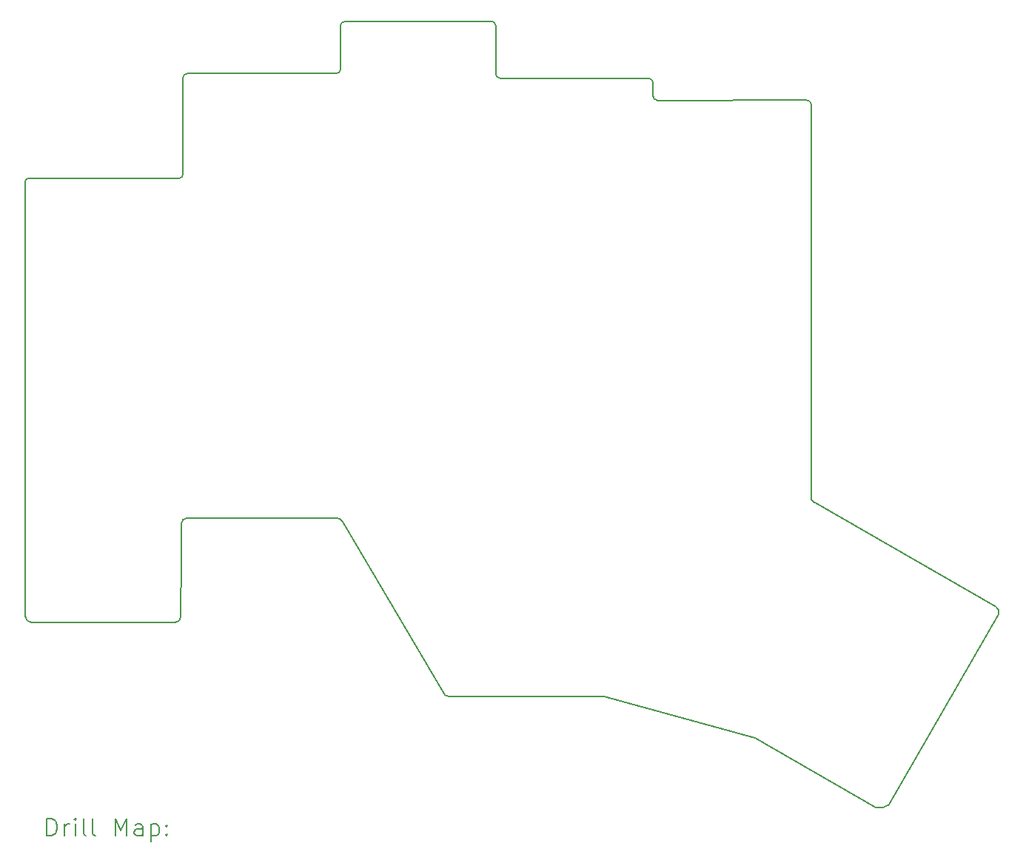
<source format=gbr>
%TF.GenerationSoftware,KiCad,Pcbnew,(6.0.10)*%
%TF.CreationDate,2023-01-07T13:36:21+01:00*%
%TF.ProjectId,chocofi-bottomplate,63686f63-6f66-4692-9d62-6f74746f6d70,2.1*%
%TF.SameCoordinates,Original*%
%TF.FileFunction,Drillmap*%
%TF.FilePolarity,Positive*%
%FSLAX45Y45*%
G04 Gerber Fmt 4.5, Leading zero omitted, Abs format (unit mm)*
G04 Created by KiCad (PCBNEW (6.0.10)) date 2023-01-07 13:36:21*
%MOMM*%
%LPD*%
G01*
G04 APERTURE LIST*
%ADD10C,0.150000*%
%ADD11C,0.200000*%
G04 APERTURE END LIST*
D10*
X9454085Y-6201445D02*
X7741920Y-6197600D01*
X17576800Y-13365480D02*
X18830400Y-11188400D01*
X16047720Y-12598400D02*
X17428867Y-13395960D01*
X12537440Y-12124081D02*
X14315440Y-12125960D01*
X16685998Y-5345000D02*
G75*
G03*
X16636050Y-5305500I-49948J-11830D01*
G01*
X16636050Y-5305500D02*
X14929320Y-5306902D01*
X9454085Y-6201445D02*
G75*
G03*
X9504085Y-6151445I-5J50005D01*
G01*
X9551712Y-5000682D02*
G75*
G03*
X9501712Y-5050682I-2J-49998D01*
G01*
X13031000Y-4403620D02*
X11353000Y-4404955D01*
X13081000Y-5005340D02*
X13081000Y-4453620D01*
X14829320Y-5056902D02*
X13131000Y-5055340D01*
X14879320Y-5256902D02*
X14879320Y-5106902D01*
X9501712Y-5050682D02*
X9504085Y-6151445D01*
X11254712Y-5000682D02*
X9551712Y-5000682D01*
X11303000Y-4454955D02*
X11304712Y-4950682D01*
X11254712Y-5000682D02*
G75*
G03*
X11304712Y-4950682I-2J50002D01*
G01*
X11353000Y-4404960D02*
G75*
G03*
X11303000Y-4454955I0J-50000D01*
G01*
X13081000Y-4453620D02*
G75*
G03*
X13031000Y-4403620I-50000J0D01*
G01*
X13081000Y-5005340D02*
G75*
G03*
X13131000Y-5055340I50000J0D01*
G01*
X14879318Y-5106902D02*
G75*
G03*
X14829320Y-5056902I-49998J2D01*
G01*
X14879318Y-5256902D02*
G75*
G03*
X14929320Y-5306902I50002J2D01*
G01*
X9545320Y-10086265D02*
X11262360Y-10086265D01*
X9484360Y-10556240D02*
X9484360Y-10147225D01*
X11329486Y-10129488D02*
G75*
G03*
X11262360Y-10086265I-67126J-30512D01*
G01*
X12501880Y-12110720D02*
G75*
G03*
X12537440Y-12124081I35560J40640D01*
G01*
X17428867Y-13395959D02*
G75*
G03*
X17576800Y-13365480I44003J160669D01*
G01*
X7701280Y-9377680D02*
X7701280Y-11074400D01*
X7696200Y-6243320D02*
X7701280Y-7670800D01*
X16686000Y-5345000D02*
X16689000Y-9874000D01*
X9479280Y-11211560D02*
X9484360Y-10556240D01*
X9545320Y-10086270D02*
G75*
G03*
X9484360Y-10147225I0J-60960D01*
G01*
X16688997Y-9874001D02*
G75*
G03*
X16728000Y-9911000I61393J25661D01*
G01*
X9413240Y-11277600D02*
G75*
G03*
X9479280Y-11211560I0J66040D01*
G01*
X7701280Y-11211560D02*
X7701280Y-11074400D01*
X18802163Y-11102002D02*
X16728000Y-9911000D01*
X7701280Y-7670800D02*
X7701280Y-9377680D01*
X18830400Y-11188400D02*
G75*
G03*
X18802163Y-11102002I-59400J28400D01*
G01*
X11329486Y-10129488D02*
X12501880Y-12110720D01*
X7741920Y-6197600D02*
G75*
G03*
X7696200Y-6243320I0J-45720D01*
G01*
X7767320Y-11277600D02*
X9413240Y-11277600D01*
X14315440Y-12125960D02*
X16047720Y-12598400D01*
X7701280Y-11211560D02*
G75*
G03*
X7767320Y-11277600I66040J0D01*
G01*
D11*
X7946319Y-13719852D02*
X7946319Y-13519852D01*
X7993938Y-13519852D01*
X8022509Y-13529376D01*
X8041557Y-13548424D01*
X8051081Y-13567471D01*
X8060605Y-13605566D01*
X8060605Y-13634138D01*
X8051081Y-13672233D01*
X8041557Y-13691281D01*
X8022509Y-13710328D01*
X7993938Y-13719852D01*
X7946319Y-13719852D01*
X8146319Y-13719852D02*
X8146319Y-13586519D01*
X8146319Y-13624614D02*
X8155843Y-13605566D01*
X8165367Y-13596043D01*
X8184414Y-13586519D01*
X8203462Y-13586519D01*
X8270128Y-13719852D02*
X8270128Y-13586519D01*
X8270128Y-13519852D02*
X8260605Y-13529376D01*
X8270128Y-13538900D01*
X8279652Y-13529376D01*
X8270128Y-13519852D01*
X8270128Y-13538900D01*
X8393938Y-13719852D02*
X8374890Y-13710328D01*
X8365367Y-13691281D01*
X8365367Y-13519852D01*
X8498700Y-13719852D02*
X8479652Y-13710328D01*
X8470129Y-13691281D01*
X8470129Y-13519852D01*
X8727271Y-13719852D02*
X8727271Y-13519852D01*
X8793938Y-13662709D01*
X8860605Y-13519852D01*
X8860605Y-13719852D01*
X9041557Y-13719852D02*
X9041557Y-13615090D01*
X9032033Y-13596043D01*
X9012986Y-13586519D01*
X8974890Y-13586519D01*
X8955843Y-13596043D01*
X9041557Y-13710328D02*
X9022510Y-13719852D01*
X8974890Y-13719852D01*
X8955843Y-13710328D01*
X8946319Y-13691281D01*
X8946319Y-13672233D01*
X8955843Y-13653185D01*
X8974890Y-13643662D01*
X9022510Y-13643662D01*
X9041557Y-13634138D01*
X9136795Y-13586519D02*
X9136795Y-13786519D01*
X9136795Y-13596043D02*
X9155843Y-13586519D01*
X9193938Y-13586519D01*
X9212986Y-13596043D01*
X9222510Y-13605566D01*
X9232033Y-13624614D01*
X9232033Y-13681757D01*
X9222510Y-13700804D01*
X9212986Y-13710328D01*
X9193938Y-13719852D01*
X9155843Y-13719852D01*
X9136795Y-13710328D01*
X9317748Y-13700804D02*
X9327271Y-13710328D01*
X9317748Y-13719852D01*
X9308224Y-13710328D01*
X9317748Y-13700804D01*
X9317748Y-13719852D01*
X9317748Y-13596043D02*
X9327271Y-13605566D01*
X9317748Y-13615090D01*
X9308224Y-13605566D01*
X9317748Y-13596043D01*
X9317748Y-13615090D01*
M02*

</source>
